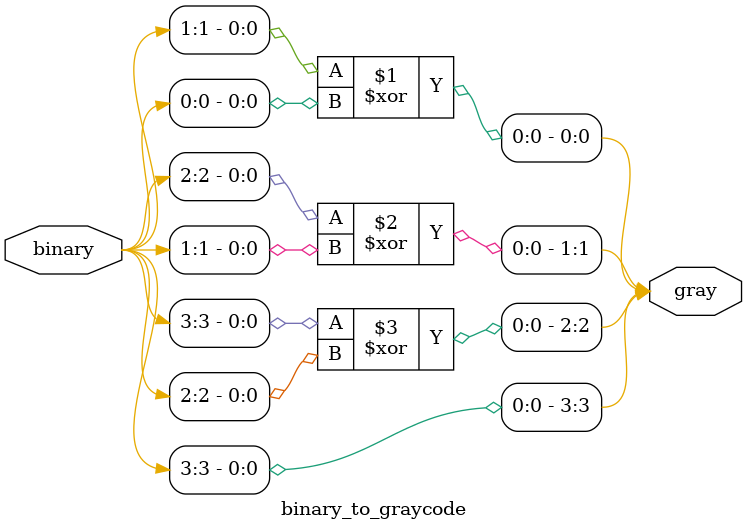
<source format=v>
module binary_to_graycode #(
    parameter N=4
) (
    input [N-1:0] binary,
    output [N-1:0] gray
);
    assign gray[N-1]=binary[N-1];
    genvar i;
    generate
        for (i = 0 ; i < N-1 ; i=i+1) begin
            assign gray[i]=binary[i+1]^binary[i];
        end
    endgenerate
    
endmodule
</source>
